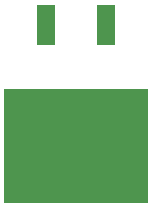
<source format=gtp>
%TF.GenerationSoftware,KiCad,Pcbnew,7.0.8*%
%TF.CreationDate,2024-03-14T17:11:55+01:00*%
%TF.ProjectId,pendulo_invert,70656e64-756c-46f5-9f69-6e766572742e,rev?*%
%TF.SameCoordinates,Original*%
%TF.FileFunction,Paste,Top*%
%TF.FilePolarity,Positive*%
%FSLAX46Y46*%
G04 Gerber Fmt 4.6, Leading zero omitted, Abs format (unit mm)*
G04 Created by KiCad (PCBNEW 7.0.8) date 2024-03-14 17:11:55*
%MOMM*%
%LPD*%
G01*
G04 APERTURE LIST*
%ADD10R,1.600000X3.500000*%
%ADD11R,12.200000X9.750000*%
G04 APERTURE END LIST*
D10*
%TO.C,U4*%
X139700000Y-109105000D03*
X134620000Y-109105000D03*
D11*
X137160000Y-119380000D03*
%TD*%
M02*

</source>
